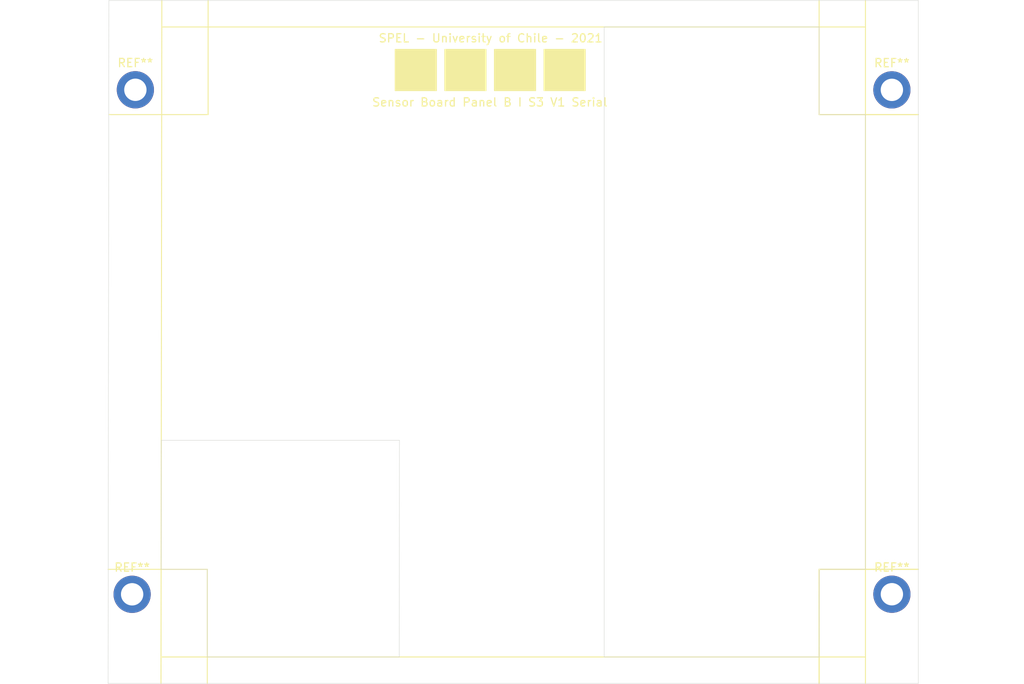
<source format=kicad_pcb>
(kicad_pcb (version 20171130) (host pcbnew "(5.1.2)-2")

  (general
    (thickness 1.6)
    (drawings 43)
    (tracks 0)
    (zones 0)
    (modules 4)
    (nets 2)
  )

  (page A2)
  (layers
    (0 F.Cu signal)
    (31 B.Cu signal)
    (32 B.Adhes user)
    (33 F.Adhes user)
    (34 B.Paste user)
    (35 F.Paste user)
    (36 B.SilkS user)
    (37 F.SilkS user)
    (38 B.Mask user)
    (39 F.Mask user)
    (40 Dwgs.User user)
    (41 Cmts.User user)
    (42 Eco1.User user)
    (43 Eco2.User user)
    (44 Edge.Cuts user)
    (45 Margin user)
    (46 B.CrtYd user)
    (47 F.CrtYd user)
    (48 B.Fab user)
    (49 F.Fab user)
  )

  (setup
    (last_trace_width 0.25)
    (trace_clearance 0.2)
    (zone_clearance 0.508)
    (zone_45_only no)
    (trace_min 0.2)
    (via_size 0.8)
    (via_drill 0.4)
    (via_min_size 0.4)
    (via_min_drill 0.3)
    (uvia_size 0.3)
    (uvia_drill 0.1)
    (uvias_allowed no)
    (uvia_min_size 0.2)
    (uvia_min_drill 0.1)
    (edge_width 0.05)
    (segment_width 0.2)
    (pcb_text_width 0.3)
    (pcb_text_size 1.5 1.5)
    (mod_edge_width 0.12)
    (mod_text_size 1 1)
    (mod_text_width 0.15)
    (pad_size 3.2 3.2)
    (pad_drill 1.8)
    (pad_to_mask_clearance 0.051)
    (solder_mask_min_width 0.25)
    (aux_axis_origin 0 0)
    (visible_elements 7FFFFFFF)
    (pcbplotparams
      (layerselection 0x010fc_ffffffff)
      (usegerberextensions false)
      (usegerberattributes false)
      (usegerberadvancedattributes false)
      (creategerberjobfile false)
      (excludeedgelayer true)
      (linewidth 0.100000)
      (plotframeref false)
      (viasonmask false)
      (mode 1)
      (useauxorigin false)
      (hpglpennumber 1)
      (hpglpenspeed 20)
      (hpglpendiameter 15.000000)
      (psnegative false)
      (psa4output false)
      (plotreference true)
      (plotvalue true)
      (plotinvisibletext false)
      (padsonsilk false)
      (subtractmaskfromsilk false)
      (outputformat 1)
      (mirror false)
      (drillshape 0)
      (scaleselection 1)
      (outputdirectory "D:/MAG+ SUCHAI 2 y 3/MAG_PC_AOA_FOD/A/Hardware/Panel B I S3/PBIS3/"))
  )

  (net 0 "")
  (net 1 GND)

  (net_class Default "This is the default net class."
    (clearance 0.2)
    (trace_width 0.25)
    (via_dia 0.8)
    (via_drill 0.4)
    (uvia_dia 0.3)
    (uvia_drill 0.1)
  )

  (module Mounting_Holes:MountingHole_2.7mm_M2.5_ISO14580_Pad (layer F.Cu) (tedit 56D1B4CB) (tstamp 611F29F7)
    (at 242.8 107.81)
    (descr "Mounting Hole 2.7mm, M2.5, ISO14580")
    (tags "mounting hole 2.7mm m2.5 iso14580")
    (attr virtual)
    (fp_text reference REF** (at 0 -3.25) (layer F.SilkS)
      (effects (font (size 1 1) (thickness 0.15)))
    )
    (fp_text value MountingHole_2.7mm_M2.5_ISO14580_Pad (at 0 3.25) (layer F.Fab)
      (effects (font (size 1 1) (thickness 0.15)))
    )
    (fp_circle (center 0 0) (end 2.5 0) (layer F.CrtYd) (width 0.05))
    (fp_circle (center 0 0) (end 2.25 0) (layer Cmts.User) (width 0.15))
    (fp_text user %R (at 0.3 0) (layer F.Fab)
      (effects (font (size 1 1) (thickness 0.15)))
    )
    (pad 1 thru_hole circle (at 0 0) (size 4.5 4.5) (drill 2.7) (layers *.Cu *.Mask))
  )

  (module Mounting_Holes:MountingHole_2.7mm_M2.5_ISO14580_Pad (layer F.Cu) (tedit 56D1B4CB) (tstamp 611F29F7)
    (at 242.8 46.81)
    (descr "Mounting Hole 2.7mm, M2.5, ISO14580")
    (tags "mounting hole 2.7mm m2.5 iso14580")
    (attr virtual)
    (fp_text reference REF** (at 0 -3.25) (layer F.SilkS)
      (effects (font (size 1 1) (thickness 0.15)))
    )
    (fp_text value MountingHole_2.7mm_M2.5_ISO14580_Pad (at 0 3.25) (layer F.Fab)
      (effects (font (size 1 1) (thickness 0.15)))
    )
    (fp_circle (center 0 0) (end 2.5 0) (layer F.CrtYd) (width 0.05))
    (fp_circle (center 0 0) (end 2.25 0) (layer Cmts.User) (width 0.15))
    (fp_text user %R (at 0.3 0) (layer F.Fab)
      (effects (font (size 1 1) (thickness 0.15)))
    )
    (pad 1 thru_hole circle (at 0 0) (size 4.5 4.5) (drill 2.7) (layers *.Cu *.Mask))
  )

  (module Mounting_Holes:MountingHole_2.7mm_M2.5_ISO14580_Pad (layer F.Cu) (tedit 56D1B4CB) (tstamp 611F29F7)
    (at 151.3 46.8)
    (descr "Mounting Hole 2.7mm, M2.5, ISO14580")
    (tags "mounting hole 2.7mm m2.5 iso14580")
    (attr virtual)
    (fp_text reference REF** (at 0 -3.25) (layer F.SilkS)
      (effects (font (size 1 1) (thickness 0.15)))
    )
    (fp_text value MountingHole_2.7mm_M2.5_ISO14580_Pad (at 0 3.25) (layer F.Fab)
      (effects (font (size 1 1) (thickness 0.15)))
    )
    (fp_circle (center 0 0) (end 2.5 0) (layer F.CrtYd) (width 0.05))
    (fp_circle (center 0 0) (end 2.25 0) (layer Cmts.User) (width 0.15))
    (fp_text user %R (at 0.3 0) (layer F.Fab)
      (effects (font (size 1 1) (thickness 0.15)))
    )
    (pad 1 thru_hole circle (at 0 0) (size 4.5 4.5) (drill 2.7) (layers *.Cu *.Mask))
  )

  (module Mounting_Holes:MountingHole_2.7mm_M2.5_ISO14580_Pad (layer F.Cu) (tedit 56D1B4CB) (tstamp 611F29F7)
    (at 150.91 107.82)
    (descr "Mounting Hole 2.7mm, M2.5, ISO14580")
    (tags "mounting hole 2.7mm m2.5 iso14580")
    (attr virtual)
    (fp_text reference REF** (at 0 -3.25) (layer F.SilkS)
      (effects (font (size 1 1) (thickness 0.15)))
    )
    (fp_text value MountingHole_2.7mm_M2.5_ISO14580_Pad (at 0 3.25) (layer F.Fab)
      (effects (font (size 1 1) (thickness 0.15)))
    )
    (fp_circle (center 0 0) (end 2.5 0) (layer F.CrtYd) (width 0.05))
    (fp_circle (center 0 0) (end 2.25 0) (layer Cmts.User) (width 0.15))
    (fp_text user %R (at 0.3 0) (layer F.Fab)
      (effects (font (size 1 1) (thickness 0.15)))
    )
    (pad 1 thru_hole circle (at 0 0) (size 4.5 4.5) (drill 2.7) (layers *.Cu *.Mask))
  )

  (gr_poly (pts (xy 205.72 41.91) (xy 205.72 46.91) (xy 200.72 46.91) (xy 200.72 41.91)) (layer F.SilkS) (width 0.1) (tstamp 61205393))
  (gr_poly (pts (xy 199.72 41.91) (xy 199.72 46.91) (xy 194.72 46.91) (xy 194.72 41.91)) (layer F.SilkS) (width 0.1) (tstamp 61205392))
  (gr_poly (pts (xy 193.72 41.91) (xy 193.72 46.91) (xy 188.72 46.91) (xy 188.72 41.91)) (layer F.SilkS) (width 0.1) (tstamp 61205391))
  (gr_poly (pts (xy 187.72 41.91) (xy 187.72 46.91) (xy 182.72 46.91) (xy 182.72 41.91)) (layer F.SilkS) (width 0.1) (tstamp 61205390))
  (gr_text "SPEL - University of Chile - 2021" (at 194.27 40.56) (layer F.SilkS) (tstamp 6120538F)
    (effects (font (size 1 1) (thickness 0.15)))
  )
  (gr_text "Sensor Board Panel B I S3 V1 Serial" (at 194.17 48.31) (layer F.SilkS) (tstamp 6120538E)
    (effects (font (size 1 1) (thickness 0.15)))
  )
  (gr_line (start 234 115.4) (end 208 115.4) (layer Edge.Cuts) (width 0.05) (tstamp 611C30EF))
  (gr_line (start 234.01 104.8) (end 234 115.4) (layer Edge.Cuts) (width 0.05))
  (gr_line (start 239.6 104.8) (end 234.01 104.8) (layer Edge.Cuts) (width 0.05))
  (gr_line (start 239.6 49.8) (end 239.6 104.8) (layer Edge.Cuts) (width 0.05))
  (gr_line (start 234 49.8) (end 239.6 49.8) (layer Edge.Cuts) (width 0.05))
  (gr_line (start 234 39.2) (end 234 49.8) (layer Edge.Cuts) (width 0.05))
  (gr_line (start 208 39.2) (end 234 39.2) (layer Edge.Cuts) (width 0.05))
  (gr_line (start 208 115.4) (end 208 39.2) (layer Edge.Cuts) (width 0.05))
  (gr_line (start 160 118.6) (end 160 104.8) (layer F.SilkS) (width 0.12))
  (gr_line (start 154.4 115.4) (end 239.6 115.4) (layer F.SilkS) (width 0.12))
  (gr_line (start 183.22 115.4) (end 183.24 89.2) (layer Edge.Cuts) (width 0.05) (tstamp 611C1FDD))
  (gr_line (start 160 115.4) (end 183.22 115.4) (layer Edge.Cuts) (width 0.05))
  (gr_line (start 160 104.8) (end 160 115.4) (layer Edge.Cuts) (width 0.05))
  (gr_line (start 154.42 104.8) (end 160 104.8) (layer Edge.Cuts) (width 0.05))
  (gr_line (start 154.44 89.2) (end 154.42 104.8) (layer Edge.Cuts) (width 0.05))
  (gr_line (start 183.24 89.2) (end 154.44 89.2) (layer Edge.Cuts) (width 0.05))
  (gr_line (start 234 104.8) (end 234 118.6) (layer F.SilkS) (width 0.12) (tstamp 611C1D56))
  (gr_line (start 246 104.8) (end 234 104.8) (layer F.SilkS) (width 0.12) (tstamp 611C1D50))
  (gr_line (start 234 49.8) (end 246 49.8) (layer F.SilkS) (width 0.12))
  (gr_line (start 234 36) (end 234 49.8) (layer F.SilkS) (width 0.12))
  (gr_line (start 148.1 49.8) (end 160.1 49.8) (layer F.SilkS) (width 0.12))
  (gr_line (start 148 104.8) (end 160 104.8) (layer F.SilkS) (width 0.12))
  (gr_line (start 246 104.8) (end 234 104.8) (layer F.SilkS) (width 0.12) (tstamp 611C1D0E))
  (gr_line (start 246 49.8) (end 234 49.8) (layer F.SilkS) (width 0.12))
  (gr_line (start 160.1 36) (end 160.1 49.8) (layer F.SilkS) (width 0.12))
  (gr_line (start 234 104.8) (end 234 118.6) (layer F.SilkS) (width 0.12))
  (gr_line (start 239.6 39.2) (end 154.5 39.2) (layer F.SilkS) (width 0.12))
  (gr_line (start 239.6 36) (end 239.6 118.6) (layer F.SilkS) (width 0.12))
  (gr_line (start 154.5 36) (end 154.4 118.6) (layer F.SilkS) (width 0.12))
  (gr_circle (center 242.8 107.8) (end 244.05 107.8) (layer F.SilkS) (width 0.12))
  (gr_circle (center 242.8 46.8) (end 244.05 46.8) (layer F.SilkS) (width 0.12))
  (gr_circle (center 151.3 46.8) (end 152.55 46.8) (layer F.SilkS) (width 0.12))
  (gr_circle (center 150.9 107.8) (end 152.15 107.8) (layer F.SilkS) (width 0.12))
  (gr_line (start 246 36) (end 148.1 36) (layer Edge.Cuts) (width 0.05) (tstamp 611C1AD4))
  (gr_line (start 246 118.6) (end 246 36) (layer Edge.Cuts) (width 0.05))
  (gr_line (start 148 118.6) (end 246 118.6) (layer Edge.Cuts) (width 0.05))
  (gr_line (start 148.1 36) (end 148 118.6) (layer Edge.Cuts) (width 0.05))

  (zone (net 1) (net_name GND) (layer F.Cu) (tstamp 6129CA60) (hatch edge 0.508)
    (connect_pads (clearance 0.508))
    (min_thickness 0.254)
    (fill yes (arc_segments 32) (thermal_gap 0.508) (thermal_bridge_width 0.508))
    (polygon
      (pts
        (xy 147.97 118.63) (xy 148.07 35.97) (xy 246.03 35.97) (xy 246.03 118.63)
      )
    )
  )
  (zone (net 1) (net_name GND) (layer B.Cu) (tstamp 6129CA5D) (hatch edge 0.508)
    (connect_pads (clearance 0.508))
    (min_thickness 0.254)
    (fill yes (arc_segments 32) (thermal_gap 0.508) (thermal_bridge_width 0.508))
    (polygon
      (pts
        (xy 246.03 118.63) (xy 147.97 118.63) (xy 148.07 35.97) (xy 246.03 35.97)
      )
    )
  )
)

</source>
